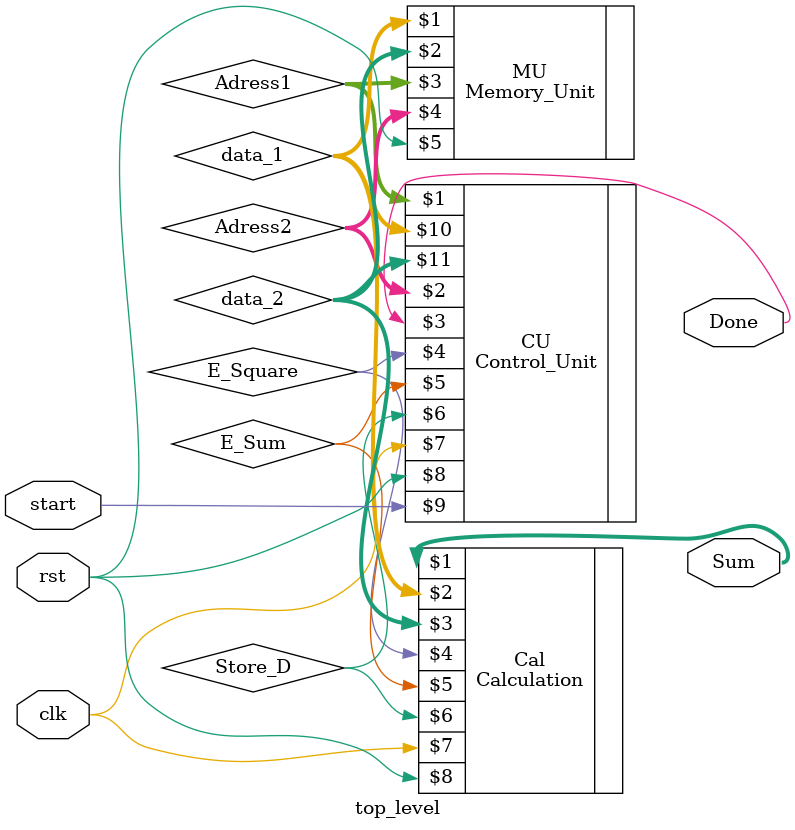
<source format=v>
module top_level #(parameter word_size=24)(Sum,start,clk,rst,Done);


output [word_size-1:0] Sum;
output Done;
input start;
input clk,rst;
wire E_Square,E_Sum,Store_D;
wire [word_size-1:0] data_1,data_2;
wire [8:0]Adress1,Adress2;


Control_Unit CU (Adress1,Adress2,Done,E_Square,E_Sum,Store_D, clk, rst,start, data_1,data_2);
Calculation #(24) Cal (Sum,data_1,data_2,E_Square,E_Sum,Store_D,clk,rst);
Memory_Unit MU (data_1,data_2, Adress1,Adress2,rst);

endmodule
</source>
